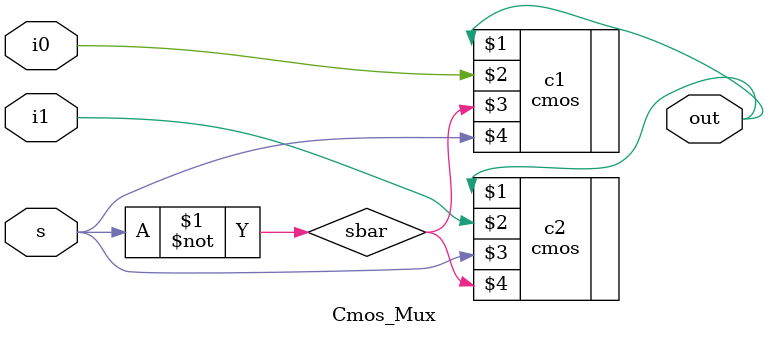
<source format=v>
`timescale 1ns / 1ps


module Cmos_Mux(input s,i0,i1, output out);
wire sbar;
not(sbar,s);
cmos c1(out,i0,sbar,s);
cmos c2(out,i1,s,sbar);
endmodule

</source>
